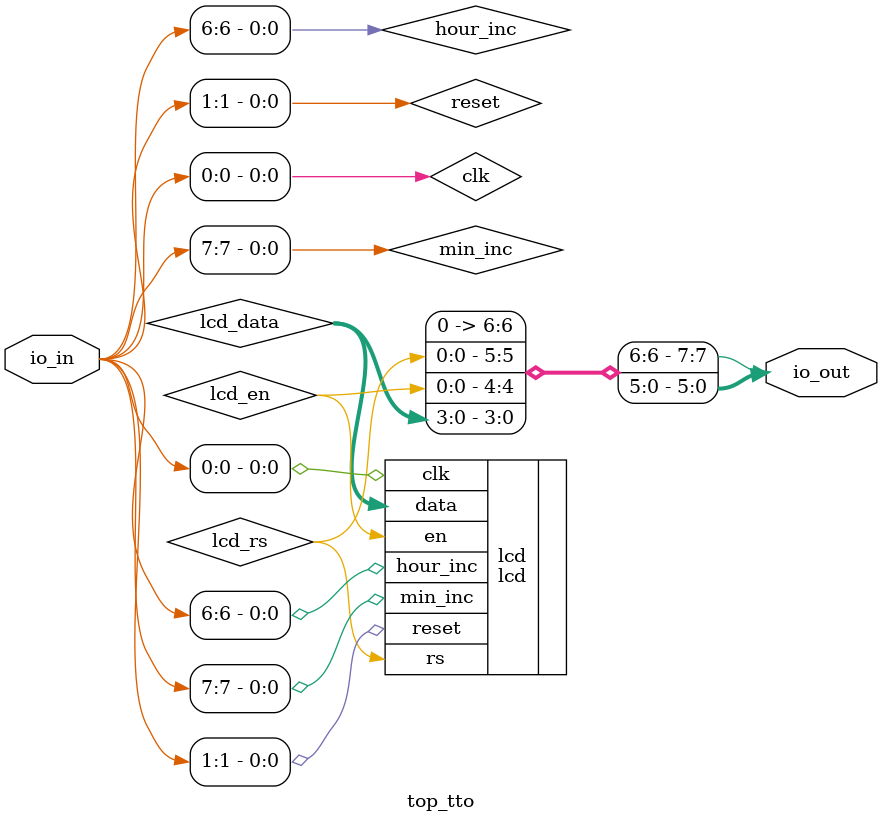
<source format=v>
`default_nettype none

module top_tto
  #(parameter CLOCK_RATE=1000)
  (
   input [7:0]  io_in,
   output [7:0] io_out
   );
  
  wire                      clk   = io_in[0];
  wire                      reset = io_in[1];
  wire                      hour_inc = io_in[6];
  wire                      min_inc  = io_in[7];
  wire                      uart_tx_pin;
  wire                      lcd_en;
  wire                      lcd_rs;
  wire               [3:0]  lcd_data;

  assign io_out[0] = lcd_data[0];
  assign io_out[1] = lcd_data[1];
  assign io_out[2] = lcd_data[2];
  assign io_out[3] = lcd_data[3];
  assign io_out[4] = lcd_en;
  assign io_out[5] = lcd_rs;
  assign io_out[7] = 0; // uart_tx_pin;

  // instatiate lcd
  lcd lcd(.clk(clk), .reset(reset), .hour_inc(hour_inc), .min_inc(min_inc), .en(lcd_en), .rs(lcd_rs), .data(lcd_data));
  
endmodule

</source>
